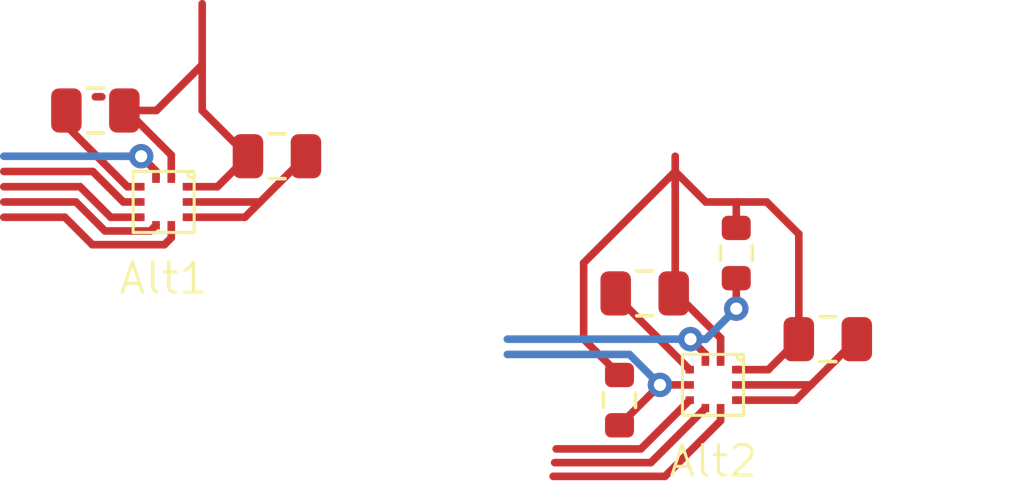
<source format=kicad_pcb>
(kicad_pcb (version 20221018) (generator pcbnew)
  (layers (0 "F.Cu" signal) (31 "B.Cu" signal) (34 "B.Paste" user) (35 "F.Paste" user) (36 "B.SilkS" user "B.Silkscreen") (37 "F.SilkS" user "F.Silkscreen") (38 "B.Mask" user) (39 "F.Mask" user) (44 "Edge.Cuts" user))
  (net 0 "")
  (net 1 "+3.3V")
  (net 2 "/SCK")
  (net 3 "GND")
  (net 4 "/SDI")
  (net 5 "/SDO")
  (net 6 "/CSB")
  (net 7 "/INT")
  (net 8 "/SCL")
  (net 9 "/SDA")
  (net 10 "/I2C ADDR")
  (footprint "Capacitor_SMD:C_0805_2012Metric" (layer "F.Cu") (at 140 97.5 180)
    (fp_text reference "C3" hide)
    (fp_text value "100nF")
    (fp_line (start -0.261252 -0.735) (end 0.261252 -0.735) (stroke (width 0.12)) (layer "F.SilkS"))
    (fp_line (start -0.261252 0.735) (end 0.261252 0.735) (stroke (width 0.12)) (layer "F.SilkS"))
    (pad "1" smd roundrect (at -0.95 0 180) (size 1 1.45) (layers "F.Cu" "F.Paste" "F.Mask") (net 1 "+3.3V"))
    (pad "2" smd roundrect (at 0.95 0 180) (size 1 1.45) (layers "F.Cu" "F.Paste" "F.Mask") (net 3 "GND"))
  )
  (footprint "Capacitor_SMD:C_0805_2012Metric" (layer "F.Cu") (at 122 91.5 180)
    (fp_text reference "C2" hide)
    (fp_text value "100nF")
    (fp_line (start -0.261252 -0.735) (end 0.261252 -0.735) (stroke (width 0.12)) (layer "F.SilkS"))
    (fp_line (start -0.261252 0.735) (end 0.261252 0.735) (stroke (width 0.12)) (layer "F.SilkS"))
    (pad "1" smd roundrect (at -0.95 0 180) (size 1 1.45) (layers "F.Cu" "F.Paste" "F.Mask") (net 1 "+3.3V"))
    (pad "2" smd roundrect (at 0.95 0 180) (size 1 1.45) (layers "F.Cu" "F.Paste" "F.Mask") (net 3 "GND"))
  )
  (footprint "Capacitor_SMD:C_0805_2012Metric" (layer "F.Cu") (at 127.95 93)
    (fp_text reference "C1" hide)
    (fp_text value "100nF")
    (fp_line (start -0.261252 -0.735) (end 0.261252 -0.735) (stroke (width 0.12)) (layer "F.SilkS"))
    (fp_line (start -0.261252 0.735) (end 0.261252 0.735) (stroke (width 0.12)) (layer "F.SilkS"))
    (pad "1" smd roundrect (at -0.95 0) (size 1 1.45) (layers "F.Cu" "F.Paste" "F.Mask") (net 1 "+3.3V"))
    (pad "2" smd roundrect (at 0.95 0) (size 1 1.45) (layers "F.Cu" "F.Paste" "F.Mask") (net 3 "GND"))
  )
  (footprint "Resistor_SMD:R_0603_1608Metric" (layer "F.Cu") (at 139.175 101 90)
    (fp_text reference "R2" hide)
    (fp_text value "4.7k")
    (fp_line (start -0.237258 -0.5225) (end 0.237258 -0.5225) (stroke (width 0.12)) (layer "F.SilkS"))
    (fp_line (start -0.237258 0.5225) (end 0.237258 0.5225) (stroke (width 0.12)) (layer "F.SilkS"))
    (pad "1" smd roundrect (at -0.825 0 90) (size 0.8 0.95) (layers "F.Cu" "F.Paste" "F.Mask") (net 9 "/SDA"))
    (pad "2" smd roundrect (at 0.825 0 90) (size 0.8 0.95) (layers "F.Cu" "F.Paste" "F.Mask") (net 1 "+3.3V"))
  )
  (footprint "Resistor_SMD:R_0603_1608Metric" (layer "F.Cu") (at 143 96.175 90)
    (fp_text reference "R1" hide)
    (fp_text value "4.7k")
    (fp_line (start -0.237258 -0.5225) (end 0.237258 -0.5225) (stroke (width 0.12)) (layer "F.SilkS"))
    (fp_line (start -0.237258 0.5225) (end 0.237258 0.5225) (stroke (width 0.12)) (layer "F.SilkS"))
    (pad "1" smd roundrect (at -0.825 0 90) (size 0.8 0.95) (layers "F.Cu" "F.Paste" "F.Mask") (net 8 "/SCL"))
    (pad "2" smd roundrect (at 0.825 0 90) (size 0.8 0.95) (layers "F.Cu" "F.Paste" "F.Mask") (net 1 "+3.3V"))
  )
  (footprint "Capacitor_SMD:C_0805_2012Metric" (layer "F.Cu") (at 146 99)
    (fp_text reference "C4" hide)
    (fp_text value "100nF")
    (fp_line (start -0.261252 -0.735) (end 0.261252 -0.735) (stroke (width 0.12)) (layer "F.SilkS"))
    (fp_line (start -0.261252 0.735) (end 0.261252 0.735) (stroke (width 0.12)) (layer "F.SilkS"))
    (pad "1" smd roundrect (at -0.95 0) (size 1 1.45) (layers "F.Cu" "F.Paste" "F.Mask") (net 1 "+3.3V"))
    (pad "2" smd roundrect (at 0.95 0) (size 1 1.45) (layers "F.Cu" "F.Paste" "F.Mask") (net 3 "GND"))
  )
  (footprint "Avionics:BMP390" (layer "F.Cu") (at 142.2375 100.5)
    (fp_text reference "Alt2" (at 0.0125 2.5 unlocked) (layer "F.SilkS") (effects (font (thickness 0.1))))
    (fp_text value "~" hide)
    (fp_rect (start -1 -1) (end 1 1) (stroke (width 0.1)) (fill none) (layer "F.SilkS"))
    (fp_circle (center 0.9 -0.9) (end 1 -0.9) (stroke (width 0.1)) (fill none) (layer "F.SilkS"))
    (pad "1" smd rect (at 0.25 -0.7625) (size 0.25 0.275) (layers "F.Cu" "F.Paste" "F.Mask") (net 1 "+3.3V"))
    (pad "2" smd rect (at -0.25 -0.7625) (size 0.25 0.275) (layers "F.Cu" "F.Paste" "F.Mask") (net 8 "/SCL"))
    (pad "3" smd rect (at -0.7625 -0.5 90) (size 0.25 0.275) (layers "F.Cu" "F.Paste" "F.Mask") (net 3 "GND"))
    (pad "4" smd rect (at -0.7625 0 90) (size 0.25 0.275) (layers "F.Cu" "F.Paste" "F.Mask") (net 9 "/SDA"))
    (pad "5" smd rect (at -0.7625 0.5 90) (size 0.25 0.275) (layers "F.Cu" "F.Paste" "F.Mask") (net 10 "/I2C ADDR"))
    (pad "6" smd rect (at -0.25 0.7625) (size 0.25 0.275) (layers "F.Cu" "F.Paste" "F.Mask") (net 6 "/CSB"))
    (pad "7" smd rect (at 0.25 0.7625) (size 0.25 0.275) (layers "F.Cu" "F.Paste" "F.Mask") (net 7 "/INT"))
    (pad "8" smd rect (at 0.7625 0.5 90) (size 0.25 0.275) (layers "F.Cu" "F.Paste" "F.Mask") (net 3 "GND"))
    (pad "9" smd rect (at 0.7625 0 90) (size 0.25 0.275) (layers "F.Cu" "F.Paste" "F.Mask") (net 3 "GND"))
    (pad "10" smd rect (at 0.7625 -0.5 90) (size 0.25 0.275) (layers "F.Cu" "F.Paste" "F.Mask") (net 1 "+3.3V"))
  )
  (footprint "Avionics:BMP390" (layer "F.Cu") (at 124.2375 94.5)
    (fp_text reference "Alt1" (at 0 2.5 unlocked) (layer "F.SilkS") (effects (font (thickness 0.1))))
    (fp_text value "~" hide)
    (fp_rect (start -1 -1) (end 1 1) (stroke (width 0.1)) (fill none) (layer "F.SilkS"))
    (fp_circle (center 0.9 -0.9) (end 1 -0.9) (stroke (width 0.1)) (fill none) (layer "F.SilkS"))
    (pad "1" smd rect (at 0.25 -0.7625) (size 0.25 0.275) (layers "F.Cu" "F.Paste" "F.Mask") (net 1 "+3.3V"))
    (pad "2" smd rect (at -0.25 -0.7625) (size 0.25 0.275) (layers "F.Cu" "F.Paste" "F.Mask") (net 2 "/SCK"))
    (pad "3" smd rect (at -0.7625 -0.5 90) (size 0.25 0.275) (layers "F.Cu" "F.Paste" "F.Mask") (net 3 "GND"))
    (pad "4" smd rect (at -0.7625 0 90) (size 0.25 0.275) (layers "F.Cu" "F.Paste" "F.Mask") (net 4 "/SDI"))
    (pad "5" smd rect (at -0.7625 0.5 90) (size 0.25 0.275) (layers "F.Cu" "F.Paste" "F.Mask") (net 5 "/SDO"))
    (pad "6" smd rect (at -0.25 0.7625) (size 0.25 0.275) (layers "F.Cu" "F.Paste" "F.Mask") (net 6 "/CSB"))
    (pad "7" smd rect (at 0.25 0.7625) (size 0.25 0.275) (layers "F.Cu" "F.Paste" "F.Mask") (net 7 "/INT"))
    (pad "8" smd rect (at 0.7625 0.5 90) (size 0.25 0.275) (layers "F.Cu" "F.Paste" "F.Mask") (net 3 "GND"))
    (pad "9" smd rect (at 0.7625 0 90) (size 0.25 0.275) (layers "F.Cu" "F.Paste" "F.Mask") (net 3 "GND"))
    (pad "10" smd rect (at 0.7625 -0.5 90) (size 0.25 0.275) (layers "F.Cu" "F.Paste" "F.Mask") (net 1 "+3.3V"))
  )
  (segment (start 143 94.5) (end 143 95.35) (width 0.25) (layer "F.Cu") (net 1))
  (segment (start 139.175 100.175) (end 138 99) (width 0.25) (layer "F.Cu") (net 1))
  (segment (start 125.5 90) (end 125.5 91.5) (width 0.25) (layer "F.Cu") (net 1))
  (segment (start 126 94) (end 127 93) (width 0.25) (layer "F.Cu") (net 1))
  (segment (start 143 100) (end 144.05 100) (width 0.25) (layer "F.Cu") (net 1))
  (segment (start 138 99) (end 138 96.5) (width 0.25) (layer "F.Cu") (net 1))
  (segment (start 125 94) (end 126 94) (width 0.25) (layer "F.Cu") (net 1))
  (segment (start 141 93.5) (end 141 94) (width 0.25) (layer "F.Cu") (net 1))
  (segment (start 145.05 95.55) (end 144 94.5) (width 0.25) (layer "F.Cu") (net 1))
  (segment (start 145.05 99) (end 145.05 95.55) (width 0.25) (layer "F.Cu") (net 1))
  (segment (start 141 94) (end 141 94.5) (width 0.25) (layer "F.Cu") (net 1))
  (segment (start 142.4875 98.962195) (end 141.025305 97.5) (width 0.25) (layer "F.Cu") (net 1))
  (segment (start 124.4875 93.7375) (end 124.4875 92.962195) (width 0.25) (layer "F.Cu") (net 1))
  (segment (start 142.4875 99.7375) (end 142.4875 98.962195) (width 0.25) (layer "F.Cu") (net 1))
  (segment (start 141.025305 97.5) (end 140.95 97.5) (width 0.25) (layer "F.Cu") (net 1))
  (segment (start 125.5 91.5) (end 127 93) (width 0.25) (layer "F.Cu") (net 1))
  (segment (start 141 94.5) (end 141 97.45) (width 0.25) (layer "F.Cu") (net 1))
  (segment (start 123.025305 91.5) (end 122.95 91.5) (width 0.25) (layer "F.Cu") (net 1))
  (segment (start 141 93) (end 141 94) (width 0.25) (layer "F.Cu") (net 1))
  (segment (start 124 91.5) (end 125.5 90) (width 0.25) (layer "F.Cu") (net 1))
  (segment (start 122.2125 91.05) (end 122 91.05) (width 0.25) (layer "F.Cu") (net 1))
  (segment (start 144.05 100) (end 145.05 99) (width 0.25) (layer "F.Cu") (net 1))
  (segment (start 122.95 91.5) (end 124 91.5) (width 0.25) (layer "F.Cu") (net 1))
  (segment (start 141 93.5) (end 142 94.5) (width 0.25) (layer "F.Cu") (net 1))
  (segment (start 125.5 90) (end 125.5 88) (width 0.25) (layer "F.Cu") (net 1))
  (segment (start 141 97.45) (end 140.95 97.5) (width 0.25) (layer "F.Cu") (net 1))
  (segment (start 124.4875 92.962195) (end 123.025305 91.5) (width 0.25) (layer "F.Cu") (net 1))
  (segment (start 144 94.5) (end 143 94.5) (width 0.25) (layer "F.Cu") (net 1))
  (segment (start 138 96.5) (end 141 93.5) (width 0.25) (layer "F.Cu") (net 1))
  (segment (start 142 94.5) (end 143 94.5) (width 0.25) (layer "F.Cu") (net 1))
  (segment (start 123.9875 93.7375) (end 123.9875 93.4875) (width 0.25) (layer "F.Cu") (net 2))
  (segment (start 123.9875 93.4875) (end 123.5 93) (width 0.25) (layer "F.Cu") (net 2))
  (via (at 123.5 93) (size 0.8) (drill 0.4) (layers "F.Cu" "B.Cu") (net 2))
  (segment (start 123.5 93) (end 119 93) (width 0.25) (layer "B.Cu") (net 2))
  (segment (start 145.45 100.5) (end 145.475 100.475) (width 0.25) (layer "F.Cu") (net 3))
  (segment (start 121.05 92) (end 123.05 94) (width 0.25) (layer "F.Cu") (net 3))
  (segment (start 126.9 95) (end 127.4 94.5) (width 0.25) (layer "F.Cu") (net 3))
  (segment (start 123.05 94) (end 123.475 94) (width 0.25) (layer "F.Cu") (net 3))
  (segment (start 141.475 100) (end 139.05 97.575) (width 0.25) (layer "F.Cu") (net 3))
  (segment (start 139.05 97.575) (end 139.05 97.5) (width 0.25) (layer "F.Cu") (net 3))
  (segment (start 125 95) (end 126.9 95) (width 0.25) (layer "F.Cu") (net 3))
  (segment (start 143 100.5) (end 145.45 100.5) (width 0.25) (layer "F.Cu") (net 3))
  (segment (start 144.95 101) (end 145.475 100.475) (width 0.25) (layer "F.Cu") (net 3))
  (segment (start 127.4 94.5) (end 128.9 93) (width 0.25) (layer "F.Cu") (net 3))
  (segment (start 143 101) (end 144.95 101) (width 0.25) (layer "F.Cu") (net 3))
  (segment (start 145.475 100.475) (end 146.95 99) (width 0.25) (layer "F.Cu") (net 3))
  (segment (start 125 94.5) (end 127.4 94.5) (width 0.25) (layer "F.Cu") (net 3))
  (segment (start 121.956802 93.543198) (end 121.913604 93.5) (width 0.25) (layer "F.Cu") (net 4))
  (segment (start 121.913604 93.5) (end 119 93.5) (width 0.25) (layer "F.Cu") (net 4))
  (segment (start 123.475 94.5) (end 122.913604 94.5) (width 0.25) (layer "F.Cu") (net 4))
  (segment (start 122.913604 94.5) (end 121.956802 93.543198) (width 0.25) (layer "F.Cu") (net 4))
  (segment (start 121.5 94) (end 119 94) (width 0.25) (layer "F.Cu") (net 5))
  (segment (start 122.5 95) (end 121.5 94) (width 0.25) (layer "F.Cu") (net 5))
  (segment (start 123.475 95) (end 122.5 95) (width 0.25) (layer "F.Cu") (net 5))
  (segment (start 123.8 95.45) (end 122.313604 95.45) (width 0.25) (layer "F.Cu") (net 6))
  (segment (start 140.2 103.05) (end 137.05 103.05) (width 0.25) (layer "F.Cu") (net 6))
  (segment (start 121.363604 94.5) (end 119 94.5) (width 0.25) (layer "F.Cu") (net 6))
  (segment (start 122.313604 95.45) (end 121.363604 94.5) (width 0.25) (layer "F.Cu") (net 6))
  (segment (start 123.9875 95.2625) (end 123.8 95.45) (width 0.25) (layer "F.Cu") (net 6))
  (segment (start 141.9875 101.2625) (end 140.2 103.05) (width 0.25) (layer "F.Cu") (net 6))
  (segment (start 124.4875 95.2625) (end 124.4875 95.675) (width 0.25) (layer "F.Cu") (net 7))
  (segment (start 124.4875 95.675) (end 124.2625 95.9) (width 0.25) (layer "F.Cu") (net 7))
  (segment (start 121 95) (end 119 95) (width 0.25) (layer "F.Cu") (net 7))
  (segment (start 142.4875 101.675) (end 140.6625 103.5) (width 0.25) (layer "F.Cu") (net 7))
  (segment (start 140.6625 103.5) (end 137 103.5) (width 0.25) (layer "F.Cu") (net 7))
  (segment (start 124.2625 95.9) (end 121.9 95.9) (width 0.25) (layer "F.Cu") (net 7))
  (segment (start 121.9 95.9) (end 121 95) (width 0.25) (layer "F.Cu") (net 7))
  (segment (start 142.4875 101.2625) (end 142.4875 101.675) (width 0.25) (layer "F.Cu") (net 7))
  (segment (start 141.9875 99.4875) (end 141.5 99) (width 0.25) (layer "F.Cu") (net 8))
  (segment (start 143 98) (end 143 97) (width 0.25) (layer "F.Cu") (net 8))
  (segment (start 141.9875 99.7375) (end 141.9875 99.4875) (width 0.25) (layer "F.Cu") (net 8))
  (via (at 141.5 99) (size 0.8) (drill 0.4) (layers "F.Cu" "B.Cu") (net 8))
  (via (at 143 98) (size 0.8) (drill 0.4) (layers "F.Cu" "B.Cu") (net 8))
  (segment (start 141.5 99) (end 142 99) (width 0.25) (layer "B.Cu") (net 8))
  (segment (start 142 99) (end 143 98) (width 0.25) (layer "B.Cu") (net 8))
  (segment (start 142 99) (end 135.5 99) (width 0.25) (layer "B.Cu") (net 8))
  (segment (start 141.475 100.5) (end 140.5 100.5) (width 0.25) (layer "F.Cu") (net 9))
  (segment (start 140.5 100.5) (end 139.175 101.825) (width 0.25) (layer "F.Cu") (net 9))
  (via (at 140.5 100.5) (size 0.8) (drill 0.4) (layers "F.Cu" "B.Cu") (net 9))
  (segment (start 140.5 100.5) (end 139.5 99.5) (width 0.25) (layer "B.Cu") (net 9))
  (segment (start 139.5 99.5) (end 135.5 99.5) (width 0.25) (layer "B.Cu") (net 9))
  (segment (start 141.475 101) (end 139.875 102.6) (width 0.25) (layer "F.Cu") (net 10))
  (segment (start 139.875 102.6) (end 137.1 102.6) (width 0.25) (layer "F.Cu") (net 10))
)
</source>
